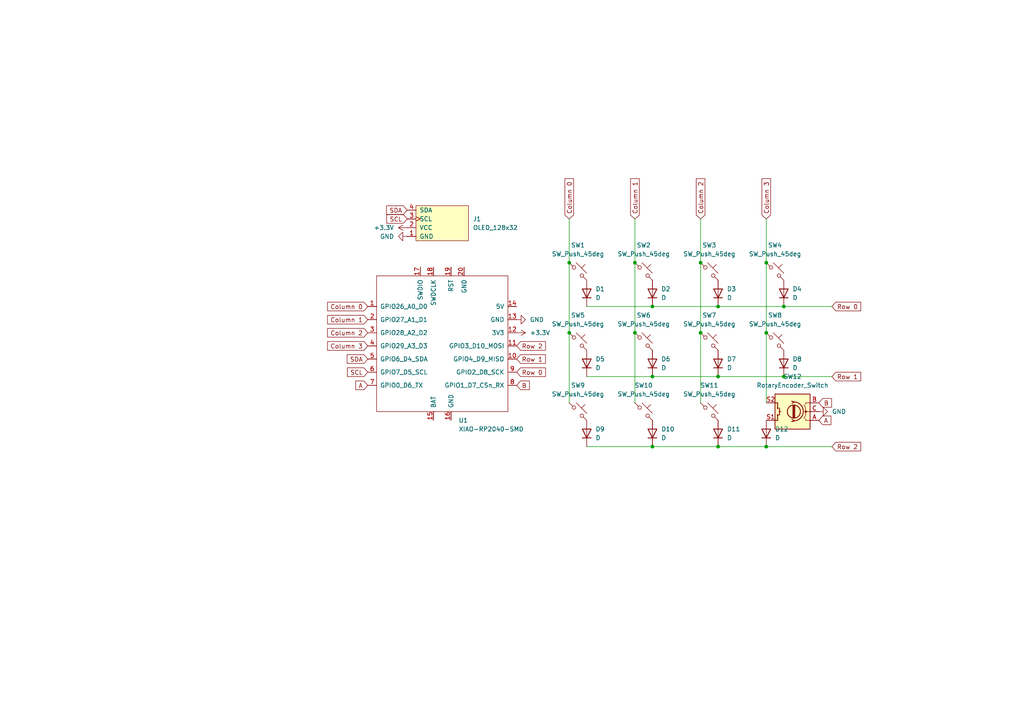
<source format=kicad_sch>
(kicad_sch (version 20231120) (generator "eeschema") (generator_version "8.0")
  (paper "A4")
  (lib_symbols
    (symbol "Device:D" (pin_numbers hide) (pin_names (offset 1.016) hide)
      (property "Reference" "D" (at 0 2.54 0))
      (property "Value" "D" (at 0 -2.54 0))
      (symbol "D_0_1"
        (polyline (pts (xy -1.27 1.27) (xy -1.27 -1.27)) (stroke (width 0.254)))
        (polyline (pts (xy 1.27 0) (xy -1.27 0)))
        (polyline (pts (xy 1.27 1.27) (xy 1.27 -1.27) (xy -1.27 0) (xy 1.27 1.27)) (stroke (width 0.254)))
      )
      (symbol "D_1_1"
        (pin passive line (at -3.81 0 0) (length 2.54) (name "K") (number "1"))
        (pin passive line (at 3.81 0 180) (length 2.54) (name "A") (number "2"))
      )
    )
    (symbol "Device:RotaryEncoder_Switch" (pin_names (offset 0.254) hide)
      (property "Reference" "SW" (at 0 6.604 0))
      (property "Value" "RotaryEncoder_Switch" (at 0 -6.604 0))
      (symbol "RotaryEncoder_Switch_0_1"
        (rectangle (start -5.08 5.08) (end 5.08 -5.08) (stroke (width 0.254)) (fill (type background)))
        (circle (center -3.81 0) (radius 0.254) (fill (type outline)))
        (circle (center -0.381 0) (radius 1.905) (stroke (width 0.254)))
        (arc (start -0.381 2.667) (mid -3.0988 -0.0635) (end -0.381 -2.794) (stroke (width 0.254)))
        (polyline (pts (xy -0.635 -1.778) (xy -0.635 1.778)) (stroke (width 0.254)))
        (polyline (pts (xy -0.381 -1.778) (xy -0.381 1.778)) (stroke (width 0.254)))
        (polyline (pts (xy -0.127 1.778) (xy -0.127 -1.778)) (stroke (width 0.254)))
        (polyline (pts (xy 3.81 0) (xy 3.429 0)) (stroke (width 0.254)))
        (polyline (pts (xy 3.81 1.016) (xy 3.81 -1.016)) (stroke (width 0.254)))
        (polyline (pts (xy -5.08 -2.54) (xy -3.81 -2.54) (xy -3.81 -2.032)))
        (polyline (pts (xy -5.08 2.54) (xy -3.81 2.54) (xy -3.81 2.032)))
        (polyline (pts (xy 0.254 -3.048) (xy -0.508 -2.794) (xy 0.127 -2.413)) (stroke (width 0.254)))
        (polyline (pts (xy 0.254 2.921) (xy -0.508 2.667) (xy 0.127 2.286)) (stroke (width 0.254)))
        (polyline (pts (xy 5.08 -2.54) (xy 4.318 -2.54) (xy 4.318 -1.016)) (stroke (width 0.254)))
        (polyline (pts (xy 5.08 2.54) (xy 4.318 2.54) (xy 4.318 1.016)) (stroke (width 0.254)))
        (polyline (pts (xy -5.08 0) (xy -3.81 0) (xy -3.81 -1.016) (xy -3.302 -2.032)))
        (polyline (pts (xy -4.318 0) (xy -3.81 0) (xy -3.81 1.016) (xy -3.302 2.032)))
        (circle (center 4.318 -1.016) (radius 0.127) (stroke (width 0.254)))
        (circle (center 4.318 1.016) (radius 0.127) (stroke (width 0.254)))
      )
      (symbol "RotaryEncoder_Switch_1_1"
        (pin passive line (at -7.62 2.54 0) (length 2.54) (name "A") (number "A"))
        (pin passive line (at -7.62 -2.54 0) (length 2.54) (name "B") (number "B"))
        (pin passive line (at -7.62 0 0) (length 2.54) (name "C") (number "C"))
        (pin passive line (at 7.62 2.54 180) (length 2.54) (name "S1") (number "S1"))
        (pin passive line (at 7.62 -2.54 180) (length 2.54) (name "S2") (number "S2"))
      )
    )
    (symbol "ScottoKeebs:OLED_128x32" (pin_names (offset 1.016))
      (property "Reference" "J" (at 0 -6.35 0))
      (property "Value" "OLED_128x32" (at 0 6.35 0))
      (symbol "OLED_128x32_0_1"
        (rectangle (start 0 5.08) (end 15.24 -5.08) (fill (type background)))
      )
      (symbol "OLED_128x32_1_1"
        (pin power_in line (at -2.54 -3.81 0) (length 2.54) (name "GND") (number "1"))
        (pin power_in line (at -2.54 -1.27 0) (length 2.54) (name "VCC") (number "2"))
        (pin input clock (at -2.54 1.27 0) (length 2.54) (name "SCL") (number "3"))
        (pin bidirectional line (at -2.54 3.81 0) (length 2.54) (name "SDA") (number "4"))
      )
    )
    (symbol "Seeed_Studio_XIAO_Series:XIAO-RP2040-SMD" (pin_names (offset 1.016))
      (property "Reference" "U" (at -18.542 23.114 0))
      (property "Value" "XIAO-RP2040-SMD" (at -8.382 21.336 0))
      (symbol "XIAO-RP2040-SMD_0_1"
        (rectangle (start 19.05 -19.05) (end -19.05 20.32))
      )
      (symbol "XIAO-RP2040-SMD_1_1"
        (pin passive line (at -21.59 11.43 0) (length 2.54) (name "GPIO26_A0_D0") (number "1"))
        (pin passive line (at 21.59 -3.81 180) (length 2.54) (name "GPIO4_D9_MISO") (number "10"))
        (pin passive line (at 21.59 0 180) (length 2.54) (name "GPIO3_D10_MOSI") (number "11"))
        (pin passive line (at 21.59 3.81 180) (length 2.54) (name "3V3") (number "12"))
        (pin passive line (at 21.59 7.62 180) (length 2.54) (name "GND") (number "13"))
        (pin passive line (at 21.59 11.43 180) (length 2.54) (name "5V") (number "14"))
        (pin passive line (at -2.54 -21.59 90) (length 2.54) (name "BAT") (number "15"))
        (pin passive line (at 2.54 -21.59 90) (length 2.54) (name "GND") (number "16"))
        (pin passive line (at -6.35 22.86 270) (length 2.54) (name "SWDIO") (number "17"))
        (pin passive line (at -2.54 22.86 270) (length 2.54) (name "SWDCLK") (number "18"))
        (pin passive line (at 2.54 22.86 270) (length 2.54) (name "RST") (number "19"))
        (pin passive line (at -21.59 7.62 0) (length 2.54) (name "GPIO27_A1_D1") (number "2"))
        (pin passive line (at 6.35 22.86 270) (length 2.54) (name "GND") (number "20"))
        (pin passive line (at -21.59 3.81 0) (length 2.54) (name "GPIO28_A2_D2") (number "3"))
        (pin passive line (at -21.59 0 0) (length 2.54) (name "GPIO29_A3_D3") (number "4"))
        (pin passive line (at -21.59 -3.81 0) (length 2.54) (name "GPIO6_D4_SDA") (number "5"))
        (pin passive line (at -21.59 -7.62 0) (length 2.54) (name "GPIO7_D5_SCL") (number "6"))
        (pin passive line (at -21.59 -11.43 0) (length 2.54) (name "GPIO0_D6_TX") (number "7"))
        (pin passive line (at 21.59 -11.43 180) (length 2.54) (name "GPIO1_D7_CSn_RX") (number "8"))
        (pin passive line (at 21.59 -7.62 180) (length 2.54) (name "GPIO2_D8_SCK") (number "9"))
      )
    )
    (symbol "Switch:SW_Push_45deg" (pin_numbers hide) (pin_names (offset 1.016) hide)
      (property "Reference" "SW" (at 3.048 1.016 0))
      (property "Value" "SW_Push_45deg" (at 0 -3.81 0))
      (symbol "SW_Push_45deg_0_1"
        (circle (center -1.1684 1.1684) (radius 0.508))
        (polyline (pts (xy -0.508 2.54) (xy 2.54 -0.508)))
        (polyline (pts (xy 1.016 1.016) (xy 2.032 2.032)))
        (polyline (pts (xy -2.54 2.54) (xy -1.524 1.524) (xy -1.524 1.524)))
        (polyline (pts (xy 1.524 -1.524) (xy 2.54 -2.54) (xy 2.54 -2.54) (xy 2.54 -2.54)))
        (circle (center 1.143 -1.1938) (radius 0.508))
        (pin passive line (at -2.54 2.54 0) (length 0) (name "1") (number "1"))
        (pin passive line (at 2.54 -2.54 180) (length 0) (name "2") (number "2"))
      )
    )
    (symbol "power:+3.3V" (power) (pin_numbers hide) (pin_names (offset 0) hide)
      (property "Value" "+3.3V" (at 0 3.556 0))
      (symbol "+3.3V_0_1"
        (polyline (pts (xy -0.762 1.27) (xy 0 2.54)))
        (polyline (pts (xy 0 0) (xy 0 2.54)))
        (polyline (pts (xy 0 2.54) (xy 0.762 1.27)))
      )
      (symbol "+3.3V_1_1"
        (pin power_in line (at 0 0 90) (length 0) (name "~") (number "1"))
      )
    )
    (symbol "power:GND" (power) (pin_numbers hide) (pin_names (offset 0) hide)
      (property "Value" "GND" (at 0 -3.81 0))
      (symbol "GND_0_1"
        (polyline (pts (xy 0 0) (xy 0 -1.27) (xy 1.27 -1.27) (xy 0 -2.54) (xy -1.27 -1.27) (xy 0 -1.27)))
      )
      (symbol "GND_1_1"
        (pin power_in line (at 0 0 270) (length 0) (name "~") (number "1"))
      )
    )
  )
  (junction (at 184.15 96.52))
  (junction (at 208.28 88.9))
  (junction (at 189.23 129.54))
  (junction (at 203.2 76.2))
  (junction (at 208.28 129.54))
  (junction (at 222.25 76.2))
  (junction (at 222.25 96.52))
  (junction (at 208.28 109.22))
  (junction (at 222.25 129.54))
  (junction (at 189.23 109.22))
  (junction (at 165.1 96.52))
  (junction (at 184.15 76.2))
  (junction (at 165.1 76.2))
  (junction (at 189.23 88.9))
  (junction (at 203.2 96.52))
  (junction (at 227.33 88.9))
  (junction (at 227.33 109.22))
  (wire (pts (xy 222.25 96.52) (xy 222.25 116.84)))
  (wire (pts (xy 170.18 129.54) (xy 189.23 129.54)))
  (wire (pts (xy 165.1 96.52) (xy 165.1 116.84)))
  (wire (pts (xy 184.15 63.5) (xy 184.15 76.2)))
  (wire (pts (xy 184.15 76.2) (xy 184.15 96.52)))
  (wire (pts (xy 227.33 88.9) (xy 241.3 88.9)))
  (wire (pts (xy 203.2 76.2) (xy 203.2 96.52)))
  (wire (pts (xy 184.15 96.52) (xy 184.15 116.84)))
  (wire (pts (xy 208.28 88.9) (xy 227.33 88.9)))
  (wire (pts (xy 165.1 76.2) (xy 165.1 96.52)))
  (wire (pts (xy 222.25 63.5) (xy 222.25 76.2)))
  (wire (pts (xy 189.23 109.22) (xy 208.28 109.22)))
  (wire (pts (xy 208.28 109.22) (xy 227.33 109.22)))
  (wire (pts (xy 170.18 88.9) (xy 189.23 88.9)))
  (wire (pts (xy 203.2 96.52) (xy 203.2 116.84)))
  (wire (pts (xy 170.18 109.22) (xy 189.23 109.22)))
  (wire (pts (xy 222.25 129.54) (xy 241.3 129.54)))
  (wire (pts (xy 189.23 129.54) (xy 208.28 129.54)))
  (wire (pts (xy 165.1 63.5) (xy 165.1 76.2)))
  (wire (pts (xy 203.2 63.5) (xy 203.2 76.2)))
  (wire (pts (xy 227.33 109.22) (xy 241.3 109.22)))
  (wire (pts (xy 189.23 88.9) (xy 208.28 88.9)))
  (wire (pts (xy 222.25 76.2) (xy 222.25 96.52)))
  (wire (pts (xy 208.28 129.54) (xy 222.25 129.54)))
  (global_label "Row 1" (shape input) (at 241.3 109.22 0) (property "Intersheetrefs" "${INTERSHEET_REFS}" (effects (hide yes))))
  (global_label "Row 2" (shape input) (at 149.86 100.33 0) (property "Intersheetrefs" "${INTERSHEET_REFS}" (effects (hide yes))))
  (global_label "B" (shape input) (at 237.49 116.84 0) (property "Intersheetrefs" "${INTERSHEET_REFS}" (effects (hide yes))))
  (global_label "B" (shape input) (at 149.86 111.76 0) (property "Intersheetrefs" "${INTERSHEET_REFS}" (effects (hide yes))))
  (global_label "Column 2" (shape input) (at 106.68 96.52 180) (property "Intersheetrefs" "${INTERSHEET_REFS}" (effects (hide yes))))
  (global_label "A" (shape input) (at 106.68 111.76 180) (property "Intersheetrefs" "${INTERSHEET_REFS}" (effects (hide yes))))
  (global_label "SDA" (shape input) (at 106.68 104.14 180) (property "Intersheetrefs" "${INTERSHEET_REFS}" (effects (hide yes))))
  (global_label "SCL" (shape input) (at 106.68 107.95 180) (property "Intersheetrefs" "${INTERSHEET_REFS}" (effects (hide yes))))
  (global_label "Row 0" (shape input) (at 149.86 107.95 0) (property "Intersheetrefs" "${INTERSHEET_REFS}" (effects (hide yes))))
  (global_label "A" (shape input) (at 237.49 121.92 0) (property "Intersheetrefs" "${INTERSHEET_REFS}" (effects (hide yes))))
  (global_label "Column 1" (shape input) (at 184.15 63.5 90) (property "Intersheetrefs" "${INTERSHEET_REFS}" (effects (hide yes))))
  (global_label "Row 2" (shape input) (at 241.3 129.54 0) (property "Intersheetrefs" "${INTERSHEET_REFS}" (effects (hide yes))))
  (global_label "SCL" (shape input) (at 118.11 63.5 180) (property "Intersheetrefs" "${INTERSHEET_REFS}" (effects (hide yes))))
  (global_label "Column 3" (shape input) (at 106.68 100.33 180) (property "Intersheetrefs" "${INTERSHEET_REFS}" (effects (hide yes))))
  (global_label "SDA" (shape input) (at 118.11 60.96 180) (property "Intersheetrefs" "${INTERSHEET_REFS}" (effects (hide yes))))
  (global_label "Row 0" (shape input) (at 241.3 88.9 0) (property "Intersheetrefs" "${INTERSHEET_REFS}" (effects (hide yes))))
  (global_label "Column 1" (shape input) (at 106.68 92.71 180) (property "Intersheetrefs" "${INTERSHEET_REFS}" (effects (hide yes))))
  (global_label "Row 1" (shape input) (at 149.86 104.14 0) (property "Intersheetrefs" "${INTERSHEET_REFS}" (effects (hide yes))))
  (global_label "Column 2" (shape input) (at 203.2 63.5 90) (property "Intersheetrefs" "${INTERSHEET_REFS}" (effects (hide yes))))
  (global_label "Column 0" (shape input) (at 106.68 88.9 180) (property "Intersheetrefs" "${INTERSHEET_REFS}" (effects (hide yes))))
  (global_label "Column 0" (shape input) (at 165.1 63.5 90) (property "Intersheetrefs" "${INTERSHEET_REFS}" (effects (hide yes))))
  (global_label "Column 3" (shape input) (at 222.25 63.5 90) (property "Intersheetrefs" "${INTERSHEET_REFS}" (effects (hide yes))))
  (symbol (lib_id "power:+3.3V") (at 149.86 96.52 270) (unit 1)
    (property "Reference" "#PWR04" (effects (hide yes)))
    (property "Value" "+3.3V" (at 153.67 96.5199 90) (effects (justify left)))
    (property "Description" "Power symbol creates a global label with name \"+3.3V\"" (effects (hide yes)))
  )
  (symbol (lib_id "Switch:SW_Push_45deg") (at 205.74 78.74 0) (unit 1)
    (property "Reference" "SW3" (at 205.74 71.12 0))
    (property "Value" "SW_Push_45deg" (at 205.74 73.66 0))
    (property "Footprint" "ScottoKeebs_MX:MX_PCB_1.00u" (effects (hide yes)))
    (property "Description" "Push button switch, normally open, two pins, 45° tilted" (effects (hide yes)))
  )
  (symbol (lib_id "Device:D") (at 208.28 105.41 90) (unit 1)
    (property "Reference" "D7" (at 210.82 104.1399 90) (effects (justify right)))
    (property "Value" "D" (at 210.82 106.6799 90) (effects (justify right)))
    (property "Footprint" "ScottoKeebs_Components:Diode_DO-35" (effects (hide yes)))
    (property "Description" "Diode" (effects (hide yes)))
    (property "Sim.Device" "D" (effects (hide yes)))
    (property "Sim.Pins" "1=K 2=A" (effects (hide yes)))
  )
  (symbol (lib_id "Switch:SW_Push_45deg") (at 186.69 99.06 0) (unit 1)
    (property "Reference" "SW6" (at 186.69 91.44 0))
    (property "Value" "SW_Push_45deg" (at 186.69 93.98 0))
    (property "Footprint" "ScottoKeebs_MX:MX_PCB_1.00u" (effects (hide yes)))
    (property "Description" "Push button switch, normally open, two pins, 45° tilted" (effects (hide yes)))
  )
  (symbol (lib_id "ScottoKeebs:OLED_128x32") (at 120.65 64.77 0) (unit 1)
    (property "Reference" "J1" (at 137.16 63.4999 0) (effects (justify left)))
    (property "Value" "OLED_128x32" (at 137.16 66.0399 0) (effects (justify left)))
    (property "Footprint" "ScottoKeebs_Components:OLED_128x32" (effects (hide yes)))
  )
  (symbol (lib_id "Device:D") (at 227.33 85.09 90) (unit 1)
    (property "Reference" "D4" (at 229.87 83.8199 90) (effects (justify right)))
    (property "Value" "D" (at 229.87 86.3599 90) (effects (justify right)))
    (property "Footprint" "ScottoKeebs_Components:Diode_DO-35" (effects (hide yes)))
    (property "Description" "Diode" (effects (hide yes)))
    (property "Sim.Device" "D" (effects (hide yes)))
    (property "Sim.Pins" "1=K 2=A" (effects (hide yes)))
  )
  (symbol (lib_id "Switch:SW_Push_45deg") (at 186.69 119.38 0) (unit 1)
    (property "Reference" "SW10" (at 186.69 111.76 0))
    (property "Value" "SW_Push_45deg" (at 186.69 114.3 0))
    (property "Footprint" "ScottoKeebs_MX:MX_PCB_1.00u" (effects (hide yes)))
    (property "Description" "Push button switch, normally open, two pins, 45° tilted" (effects (hide yes)))
  )
  (symbol (lib_id "power:GND") (at 149.86 92.71 90) (unit 1)
    (property "Reference" "#PWR02" (effects (hide yes)))
    (property "Value" "GND" (at 153.67 92.7099 90) (effects (justify right)))
    (property "Description" "Power symbol creates a global label with name \"GND\" , ground" (effects (hide yes)))
  )
  (symbol (lib_id "Device:D") (at 189.23 105.41 90) (unit 1)
    (property "Reference" "D6" (at 191.77 104.1399 90) (effects (justify right)))
    (property "Value" "D" (at 191.77 106.6799 90) (effects (justify right)))
    (property "Footprint" "ScottoKeebs_Components:Diode_DO-35" (effects (hide yes)))
    (property "Description" "Diode" (effects (hide yes)))
    (property "Sim.Device" "D" (effects (hide yes)))
    (property "Sim.Pins" "1=K 2=A" (effects (hide yes)))
  )
  (symbol (lib_id "Switch:SW_Push_45deg") (at 224.79 78.74 0) (unit 1)
    (property "Reference" "SW4" (at 224.79 71.12 0))
    (property "Value" "SW_Push_45deg" (at 224.79 73.66 0))
    (property "Footprint" "ScottoKeebs_MX:MX_PCB_1.00u" (effects (hide yes)))
    (property "Description" "Push button switch, normally open, two pins, 45° tilted" (effects (hide yes)))
  )
  (symbol (lib_id "Switch:SW_Push_45deg") (at 224.79 99.06 0) (unit 1)
    (property "Reference" "SW8" (at 224.79 91.44 0))
    (property "Value" "SW_Push_45deg" (at 224.79 93.98 0))
    (property "Footprint" "ScottoKeebs_MX:MX_PCB_1.00u" (effects (hide yes)))
    (property "Description" "Push button switch, normally open, two pins, 45° tilted" (effects (hide yes)))
  )
  (symbol (lib_id "Device:RotaryEncoder_Switch") (at 229.87 119.38 180) (unit 1)
    (property "Reference" "SW12" (at 229.87 109.22 0))
    (property "Value" "RotaryEncoder_Switch" (at 229.87 111.76 0))
    (property "Footprint" "Rotary_Encoder:RotaryEncoder_Alps_EC11E-Switch_Vertical_H20mm" (effects (hide yes)))
    (property "Description" "Rotary encoder, dual channel, incremental quadrate outputs, with switch" (effects (hide yes)))
  )
  (symbol (lib_id "Device:D") (at 208.28 85.09 90) (unit 1)
    (property "Reference" "D3" (at 210.82 83.8199 90) (effects (justify right)))
    (property "Value" "D" (at 210.82 86.3599 90) (effects (justify right)))
    (property "Footprint" "ScottoKeebs_Components:Diode_DO-35" (effects (hide yes)))
    (property "Description" "Diode" (effects (hide yes)))
    (property "Sim.Device" "D" (effects (hide yes)))
    (property "Sim.Pins" "1=K 2=A" (effects (hide yes)))
  )
  (symbol (lib_id "power:+3.3V") (at 118.11 66.04 90) (unit 1)
    (property "Reference" "#PWR05" (effects (hide yes)))
    (property "Value" "+3.3V" (at 114.3 66.0399 90) (effects (justify left)))
    (property "Description" "Power symbol creates a global label with name \"+3.3V\"" (effects (hide yes)))
  )
  (symbol (lib_id "Switch:SW_Push_45deg") (at 205.74 119.38 0) (unit 1)
    (property "Reference" "SW11" (at 205.74 111.76 0))
    (property "Value" "SW_Push_45deg" (at 205.74 114.3 0))
    (property "Footprint" "ScottoKeebs_MX:MX_PCB_1.00u" (effects (hide yes)))
    (property "Description" "Push button switch, normally open, two pins, 45° tilted" (effects (hide yes)))
  )
  (symbol (lib_id "Device:D") (at 170.18 125.73 90) (unit 1)
    (property "Reference" "D9" (at 172.72 124.4599 90) (effects (justify right)))
    (property "Value" "D" (at 172.72 126.9999 90) (effects (justify right)))
    (property "Footprint" "ScottoKeebs_Components:Diode_DO-35" (effects (hide yes)))
    (property "Description" "Diode" (effects (hide yes)))
    (property "Sim.Device" "D" (effects (hide yes)))
    (property "Sim.Pins" "1=K 2=A" (effects (hide yes)))
  )
  (symbol (lib_id "Switch:SW_Push_45deg") (at 167.64 99.06 0) (unit 1)
    (property "Reference" "SW5" (at 167.64 91.44 0))
    (property "Value" "SW_Push_45deg" (at 167.64 93.98 0))
    (property "Footprint" "ScottoKeebs_MX:MX_PCB_1.00u" (effects (hide yes)))
    (property "Description" "Push button switch, normally open, two pins, 45° tilted" (effects (hide yes)))
  )
  (symbol (lib_id "power:GND") (at 237.49 119.38 90) (unit 1)
    (property "Reference" "#PWR03" (effects (hide yes)))
    (property "Value" "GND" (at 241.3 119.3799 90) (effects (justify right)))
    (property "Description" "Power symbol creates a global label with name \"GND\" , ground" (effects (hide yes)))
  )
  (symbol (lib_id "Device:D") (at 222.25 125.73 90) (unit 1)
    (property "Reference" "D12" (at 224.79 124.4599 90) (effects (justify right)))
    (property "Value" "D" (at 224.79 126.9999 90) (effects (justify right)))
    (property "Footprint" "ScottoKeebs_Components:Diode_DO-35" (effects (hide yes)))
    (property "Description" "Diode" (effects (hide yes)))
    (property "Sim.Device" "D" (effects (hide yes)))
    (property "Sim.Pins" "1=K 2=A" (effects (hide yes)))
  )
  (symbol (lib_id "Switch:SW_Push_45deg") (at 167.64 119.38 0) (unit 1)
    (property "Reference" "SW9" (at 167.64 111.76 0))
    (property "Value" "SW_Push_45deg" (at 167.64 114.3 0))
    (property "Footprint" "ScottoKeebs_MX:MX_PCB_1.00u" (effects (hide yes)))
    (property "Description" "Push button switch, normally open, two pins, 45° tilted" (effects (hide yes)))
  )
  (symbol (lib_id "Device:D") (at 170.18 105.41 90) (unit 1)
    (property "Reference" "D5" (at 172.72 104.1399 90) (effects (justify right)))
    (property "Value" "D" (at 172.72 106.6799 90) (effects (justify right)))
    (property "Footprint" "ScottoKeebs_Components:Diode_DO-35" (effects (hide yes)))
    (property "Description" "Diode" (effects (hide yes)))
    (property "Sim.Device" "D" (effects (hide yes)))
    (property "Sim.Pins" "1=K 2=A" (effects (hide yes)))
  )
  (symbol (lib_id "Switch:SW_Push_45deg") (at 205.74 99.06 0) (unit 1)
    (property "Reference" "SW7" (at 205.74 91.44 0))
    (property "Value" "SW_Push_45deg" (at 205.74 93.98 0))
    (property "Footprint" "ScottoKeebs_MX:MX_PCB_1.00u" (effects (hide yes)))
    (property "Description" "Push button switch, normally open, two pins, 45° tilted" (effects (hide yes)))
  )
  (symbol (lib_id "Switch:SW_Push_45deg") (at 186.69 78.74 0) (unit 1)
    (property "Reference" "SW2" (at 186.69 71.12 0))
    (property "Value" "SW_Push_45deg" (at 186.69 73.66 0))
    (property "Footprint" "ScottoKeebs_MX:MX_PCB_1.00u" (effects (hide yes)))
    (property "Description" "Push button switch, normally open, two pins, 45° tilted" (effects (hide yes)))
  )
  (symbol (lib_id "Device:D") (at 189.23 125.73 90) (unit 1)
    (property "Reference" "D10" (at 191.77 124.4599 90) (effects (justify right)))
    (property "Value" "D" (at 191.77 126.9999 90) (effects (justify right)))
    (property "Footprint" "ScottoKeebs_Components:Diode_DO-35" (effects (hide yes)))
    (property "Description" "Diode" (effects (hide yes)))
    (property "Sim.Device" "D" (effects (hide yes)))
    (property "Sim.Pins" "1=K 2=A" (effects (hide yes)))
  )
  (symbol (lib_id "power:GND") (at 118.11 68.58 270) (unit 1)
    (property "Reference" "#PWR01" (effects (hide yes)))
    (property "Value" "GND" (at 114.3 68.5799 90) (effects (justify right)))
    (property "Description" "Power symbol creates a global label with name \"GND\" , ground" (effects (hide yes)))
  )
  (symbol (lib_id "Device:D") (at 227.33 105.41 90) (unit 1)
    (property "Reference" "D8" (at 229.87 104.1399 90) (effects (justify right)))
    (property "Value" "D" (at 229.87 106.6799 90) (effects (justify right)))
    (property "Footprint" "ScottoKeebs_Components:Diode_DO-35" (effects (hide yes)))
    (property "Description" "Diode" (effects (hide yes)))
    (property "Sim.Device" "D" (effects (hide yes)))
    (property "Sim.Pins" "1=K 2=A" (effects (hide yes)))
  )
  (symbol (lib_id "Device:D") (at 189.23 85.09 90) (unit 1)
    (property "Reference" "D2" (at 191.77 83.8199 90) (effects (justify right)))
    (property "Value" "D" (at 191.77 86.3599 90) (effects (justify right)))
    (property "Footprint" "ScottoKeebs_Components:Diode_DO-35" (effects (hide yes)))
    (property "Description" "Diode" (effects (hide yes)))
    (property "Sim.Device" "D" (effects (hide yes)))
    (property "Sim.Pins" "1=K 2=A" (effects (hide yes)))
  )
  (symbol (lib_id "Seeed_Studio_XIAO_Series:XIAO-RP2040-SMD") (at 128.27 100.33 0) (unit 1)
    (property "Reference" "U1" (at 133.0041 121.92 0) (effects (justify left)))
    (property "Value" "XIAO-RP2040-SMD" (at 133.0041 124.46 0) (effects (justify left)))
    (property "Footprint" "Seeed Studio XIAO Series Library:XIAO-RP2040-SMD" (effects (hide yes)))
  )
  (symbol (lib_id "Switch:SW_Push_45deg") (at 167.64 78.74 0) (unit 1)
    (property "Reference" "SW1" (at 167.64 71.12 0))
    (property "Value" "SW_Push_45deg" (at 167.64 73.66 0))
    (property "Footprint" "ScottoKeebs_MX:MX_PCB_1.00u" (effects (hide yes)))
    (property "Description" "Push button switch, normally open, two pins, 45° tilted" (effects (hide yes)))
  )
  (symbol (lib_id "Device:D") (at 170.18 85.09 90) (unit 1)
    (property "Reference" "D1" (at 172.72 83.8199 90) (effects (justify right)))
    (property "Value" "D" (at 172.72 86.3599 90) (effects (justify right)))
    (property "Footprint" "ScottoKeebs_Components:Diode_DO-35" (effects (hide yes)))
    (property "Description" "Diode" (effects (hide yes)))
    (property "Sim.Device" "D" (effects (hide yes)))
    (property "Sim.Pins" "1=K 2=A" (effects (hide yes)))
  )
  (symbol (lib_id "Device:D") (at 208.28 125.73 90) (unit 1)
    (property "Reference" "D11" (at 210.82 124.4599 90) (effects (justify right)))
    (property "Value" "D" (at 210.82 126.9999 90) (effects (justify right)))
    (property "Footprint" "ScottoKeebs_Components:Diode_DO-35" (effects (hide yes)))
    (property "Description" "Diode" (effects (hide yes)))
    (property "Sim.Device" "D" (effects (hide yes)))
    (property "Sim.Pins" "1=K 2=A" (effects (hide yes)))
  )
)
</source>
